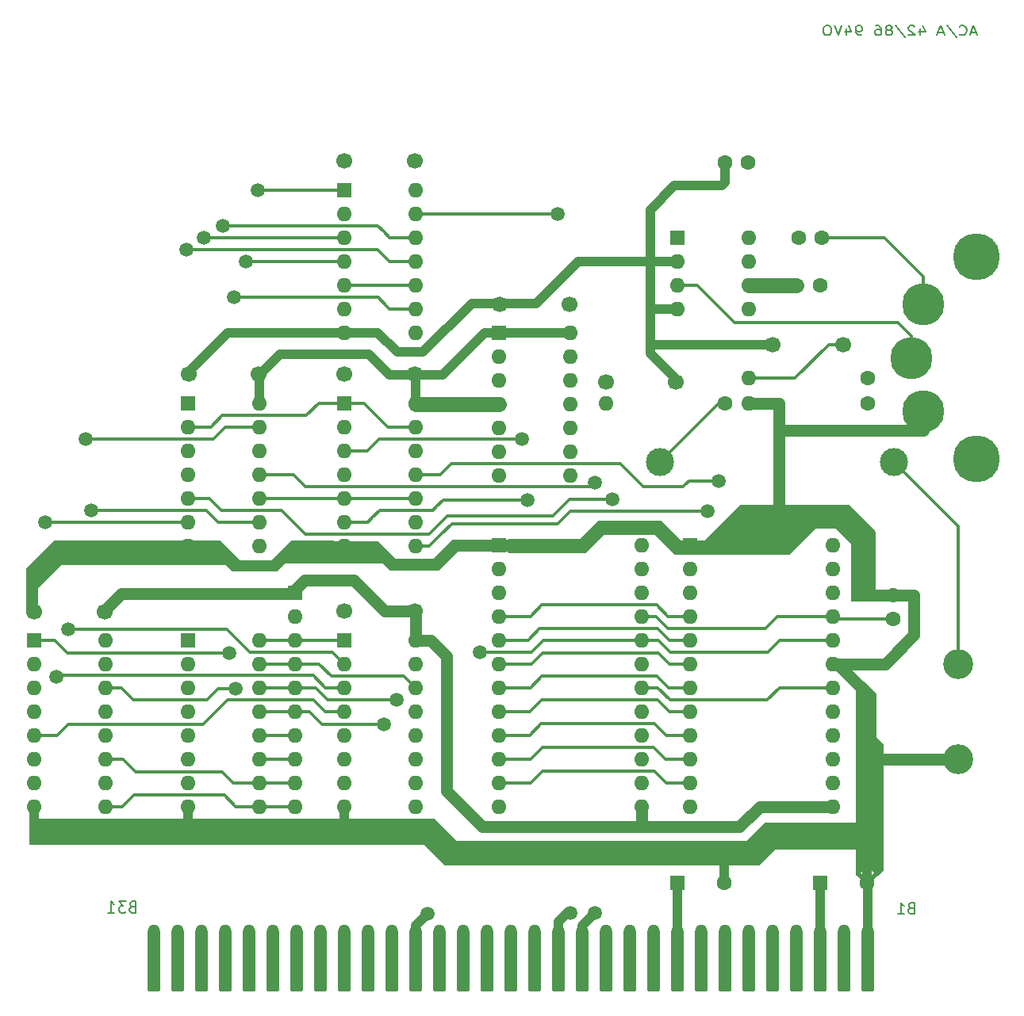
<source format=gbl>
G04 #@! TF.GenerationSoftware,KiCad,Pcbnew,8.0.9*
G04 #@! TF.CreationDate,2025-03-24T20:53:25+01:00*
G04 #@! TF.ProjectId,Mindscape_Music_Board,4d696e64-7363-4617-9065-5f4d75736963,rev?*
G04 #@! TF.SameCoordinates,Original*
G04 #@! TF.FileFunction,Copper,L2,Bot*
G04 #@! TF.FilePolarity,Positive*
%FSLAX46Y46*%
G04 Gerber Fmt 4.6, Leading zero omitted, Abs format (unit mm)*
G04 Created by KiCad (PCBNEW 8.0.9) date 2025-03-24 20:53:25*
%MOMM*%
%LPD*%
G01*
G04 APERTURE LIST*
G04 Aperture macros list*
%AMRoundRect*
0 Rectangle with rounded corners*
0 $1 Rounding radius*
0 $2 $3 $4 $5 $6 $7 $8 $9 X,Y pos of 4 corners*
0 Add a 4 corners polygon primitive as box body*
4,1,4,$2,$3,$4,$5,$6,$7,$8,$9,$2,$3,0*
0 Add four circle primitives for the rounded corners*
1,1,$1+$1,$2,$3*
1,1,$1+$1,$4,$5*
1,1,$1+$1,$6,$7*
1,1,$1+$1,$8,$9*
0 Add four rect primitives between the rounded corners*
20,1,$1+$1,$2,$3,$4,$5,0*
20,1,$1+$1,$4,$5,$6,$7,0*
20,1,$1+$1,$6,$7,$8,$9,0*
20,1,$1+$1,$8,$9,$2,$3,0*%
G04 Aperture macros list end*
%ADD10C,0.200000*%
G04 #@! TA.AperFunction,NonConductor*
%ADD11C,0.200000*%
G04 #@! TD*
%ADD12C,0.150000*%
G04 #@! TA.AperFunction,NonConductor*
%ADD13C,0.150000*%
G04 #@! TD*
G04 #@! TA.AperFunction,ComponentPad*
%ADD14C,1.600000*%
G04 #@! TD*
G04 #@! TA.AperFunction,ComponentPad*
%ADD15R,1.600000X1.600000*%
G04 #@! TD*
G04 #@! TA.AperFunction,ComponentPad*
%ADD16C,5.000000*%
G04 #@! TD*
G04 #@! TA.AperFunction,ComponentPad*
%ADD17C,4.500000*%
G04 #@! TD*
G04 #@! TA.AperFunction,ComponentPad*
%ADD18O,1.600000X1.600000*%
G04 #@! TD*
G04 #@! TA.AperFunction,SMDPad,CuDef*
%ADD19C,1.300000*%
G04 #@! TD*
G04 #@! TA.AperFunction,SMDPad,CuDef*
%ADD20RoundRect,0.065000X-0.585000X-3.235000X0.585000X-3.235000X0.585000X3.235000X-0.585000X3.235000X0*%
G04 #@! TD*
G04 #@! TA.AperFunction,ComponentPad*
%ADD21C,3.200000*%
G04 #@! TD*
G04 #@! TA.AperFunction,ComponentPad*
%ADD22C,1.700000*%
G04 #@! TD*
G04 #@! TA.AperFunction,ComponentPad*
%ADD23C,3.000000*%
G04 #@! TD*
G04 #@! TA.AperFunction,ViaPad*
%ADD24C,1.500000*%
G04 #@! TD*
G04 #@! TA.AperFunction,Conductor*
%ADD25C,0.300000*%
G04 #@! TD*
G04 #@! TA.AperFunction,Conductor*
%ADD26C,1.000000*%
G04 #@! TD*
G04 #@! TA.AperFunction,Conductor*
%ADD27C,1.300000*%
G04 #@! TD*
G04 #@! TA.AperFunction,Conductor*
%ADD28C,1.600000*%
G04 #@! TD*
G04 APERTURE END LIST*
D10*
D11*
X165962856Y-40226504D02*
X165391428Y-40226504D01*
X166077142Y-40512219D02*
X165677142Y-39512219D01*
X165677142Y-39512219D02*
X165277142Y-40512219D01*
X164191428Y-40416980D02*
X164248571Y-40464600D01*
X164248571Y-40464600D02*
X164419999Y-40512219D01*
X164419999Y-40512219D02*
X164534285Y-40512219D01*
X164534285Y-40512219D02*
X164705714Y-40464600D01*
X164705714Y-40464600D02*
X164819999Y-40369361D01*
X164819999Y-40369361D02*
X164877142Y-40274123D01*
X164877142Y-40274123D02*
X164934285Y-40083647D01*
X164934285Y-40083647D02*
X164934285Y-39940790D01*
X164934285Y-39940790D02*
X164877142Y-39750314D01*
X164877142Y-39750314D02*
X164819999Y-39655076D01*
X164819999Y-39655076D02*
X164705714Y-39559838D01*
X164705714Y-39559838D02*
X164534285Y-39512219D01*
X164534285Y-39512219D02*
X164419999Y-39512219D01*
X164419999Y-39512219D02*
X164248571Y-39559838D01*
X164248571Y-39559838D02*
X164191428Y-39607457D01*
X162819999Y-39464600D02*
X163848571Y-40750314D01*
X162477142Y-40226504D02*
X161905714Y-40226504D01*
X162591428Y-40512219D02*
X162191428Y-39512219D01*
X162191428Y-39512219D02*
X161791428Y-40512219D01*
X159962857Y-39845552D02*
X159962857Y-40512219D01*
X160248571Y-39464600D02*
X160534285Y-40178885D01*
X160534285Y-40178885D02*
X159791428Y-40178885D01*
X159391428Y-39607457D02*
X159334285Y-39559838D01*
X159334285Y-39559838D02*
X159220000Y-39512219D01*
X159220000Y-39512219D02*
X158934285Y-39512219D01*
X158934285Y-39512219D02*
X158820000Y-39559838D01*
X158820000Y-39559838D02*
X158762857Y-39607457D01*
X158762857Y-39607457D02*
X158705714Y-39702695D01*
X158705714Y-39702695D02*
X158705714Y-39797933D01*
X158705714Y-39797933D02*
X158762857Y-39940790D01*
X158762857Y-39940790D02*
X159448571Y-40512219D01*
X159448571Y-40512219D02*
X158705714Y-40512219D01*
X157334285Y-39464600D02*
X158362857Y-40750314D01*
X156762857Y-39940790D02*
X156877142Y-39893171D01*
X156877142Y-39893171D02*
X156934285Y-39845552D01*
X156934285Y-39845552D02*
X156991428Y-39750314D01*
X156991428Y-39750314D02*
X156991428Y-39702695D01*
X156991428Y-39702695D02*
X156934285Y-39607457D01*
X156934285Y-39607457D02*
X156877142Y-39559838D01*
X156877142Y-39559838D02*
X156762857Y-39512219D01*
X156762857Y-39512219D02*
X156534285Y-39512219D01*
X156534285Y-39512219D02*
X156420000Y-39559838D01*
X156420000Y-39559838D02*
X156362857Y-39607457D01*
X156362857Y-39607457D02*
X156305714Y-39702695D01*
X156305714Y-39702695D02*
X156305714Y-39750314D01*
X156305714Y-39750314D02*
X156362857Y-39845552D01*
X156362857Y-39845552D02*
X156420000Y-39893171D01*
X156420000Y-39893171D02*
X156534285Y-39940790D01*
X156534285Y-39940790D02*
X156762857Y-39940790D01*
X156762857Y-39940790D02*
X156877142Y-39988409D01*
X156877142Y-39988409D02*
X156934285Y-40036028D01*
X156934285Y-40036028D02*
X156991428Y-40131266D01*
X156991428Y-40131266D02*
X156991428Y-40321742D01*
X156991428Y-40321742D02*
X156934285Y-40416980D01*
X156934285Y-40416980D02*
X156877142Y-40464600D01*
X156877142Y-40464600D02*
X156762857Y-40512219D01*
X156762857Y-40512219D02*
X156534285Y-40512219D01*
X156534285Y-40512219D02*
X156420000Y-40464600D01*
X156420000Y-40464600D02*
X156362857Y-40416980D01*
X156362857Y-40416980D02*
X156305714Y-40321742D01*
X156305714Y-40321742D02*
X156305714Y-40131266D01*
X156305714Y-40131266D02*
X156362857Y-40036028D01*
X156362857Y-40036028D02*
X156420000Y-39988409D01*
X156420000Y-39988409D02*
X156534285Y-39940790D01*
X155277143Y-39512219D02*
X155505714Y-39512219D01*
X155505714Y-39512219D02*
X155620000Y-39559838D01*
X155620000Y-39559838D02*
X155677143Y-39607457D01*
X155677143Y-39607457D02*
X155791428Y-39750314D01*
X155791428Y-39750314D02*
X155848571Y-39940790D01*
X155848571Y-39940790D02*
X155848571Y-40321742D01*
X155848571Y-40321742D02*
X155791428Y-40416980D01*
X155791428Y-40416980D02*
X155734285Y-40464600D01*
X155734285Y-40464600D02*
X155620000Y-40512219D01*
X155620000Y-40512219D02*
X155391428Y-40512219D01*
X155391428Y-40512219D02*
X155277143Y-40464600D01*
X155277143Y-40464600D02*
X155220000Y-40416980D01*
X155220000Y-40416980D02*
X155162857Y-40321742D01*
X155162857Y-40321742D02*
X155162857Y-40083647D01*
X155162857Y-40083647D02*
X155220000Y-39988409D01*
X155220000Y-39988409D02*
X155277143Y-39940790D01*
X155277143Y-39940790D02*
X155391428Y-39893171D01*
X155391428Y-39893171D02*
X155620000Y-39893171D01*
X155620000Y-39893171D02*
X155734285Y-39940790D01*
X155734285Y-39940790D02*
X155791428Y-39988409D01*
X155791428Y-39988409D02*
X155848571Y-40083647D01*
X153677142Y-40512219D02*
X153448571Y-40512219D01*
X153448571Y-40512219D02*
X153334285Y-40464600D01*
X153334285Y-40464600D02*
X153277142Y-40416980D01*
X153277142Y-40416980D02*
X153162857Y-40274123D01*
X153162857Y-40274123D02*
X153105714Y-40083647D01*
X153105714Y-40083647D02*
X153105714Y-39702695D01*
X153105714Y-39702695D02*
X153162857Y-39607457D01*
X153162857Y-39607457D02*
X153220000Y-39559838D01*
X153220000Y-39559838D02*
X153334285Y-39512219D01*
X153334285Y-39512219D02*
X153562857Y-39512219D01*
X153562857Y-39512219D02*
X153677142Y-39559838D01*
X153677142Y-39559838D02*
X153734285Y-39607457D01*
X153734285Y-39607457D02*
X153791428Y-39702695D01*
X153791428Y-39702695D02*
X153791428Y-39940790D01*
X153791428Y-39940790D02*
X153734285Y-40036028D01*
X153734285Y-40036028D02*
X153677142Y-40083647D01*
X153677142Y-40083647D02*
X153562857Y-40131266D01*
X153562857Y-40131266D02*
X153334285Y-40131266D01*
X153334285Y-40131266D02*
X153220000Y-40083647D01*
X153220000Y-40083647D02*
X153162857Y-40036028D01*
X153162857Y-40036028D02*
X153105714Y-39940790D01*
X152077143Y-39845552D02*
X152077143Y-40512219D01*
X152362857Y-39464600D02*
X152648571Y-40178885D01*
X152648571Y-40178885D02*
X151905714Y-40178885D01*
X151620000Y-39512219D02*
X151220000Y-40512219D01*
X151220000Y-40512219D02*
X150820000Y-39512219D01*
X150191429Y-39512219D02*
X149962857Y-39512219D01*
X149962857Y-39512219D02*
X149848572Y-39559838D01*
X149848572Y-39559838D02*
X149734286Y-39655076D01*
X149734286Y-39655076D02*
X149677143Y-39845552D01*
X149677143Y-39845552D02*
X149677143Y-40178885D01*
X149677143Y-40178885D02*
X149734286Y-40369361D01*
X149734286Y-40369361D02*
X149848572Y-40464600D01*
X149848572Y-40464600D02*
X149962857Y-40512219D01*
X149962857Y-40512219D02*
X150191429Y-40512219D01*
X150191429Y-40512219D02*
X150305715Y-40464600D01*
X150305715Y-40464600D02*
X150420000Y-40369361D01*
X150420000Y-40369361D02*
X150477143Y-40178885D01*
X150477143Y-40178885D02*
X150477143Y-39845552D01*
X150477143Y-39845552D02*
X150420000Y-39655076D01*
X150420000Y-39655076D02*
X150305715Y-39559838D01*
X150305715Y-39559838D02*
X150191429Y-39512219D01*
D12*
D13*
X75885601Y-133636771D02*
X75714173Y-133693914D01*
X75714173Y-133693914D02*
X75657030Y-133751057D01*
X75657030Y-133751057D02*
X75599887Y-133865342D01*
X75599887Y-133865342D02*
X75599887Y-134036771D01*
X75599887Y-134036771D02*
X75657030Y-134151057D01*
X75657030Y-134151057D02*
X75714173Y-134208200D01*
X75714173Y-134208200D02*
X75828458Y-134265342D01*
X75828458Y-134265342D02*
X76285601Y-134265342D01*
X76285601Y-134265342D02*
X76285601Y-133065342D01*
X76285601Y-133065342D02*
X75885601Y-133065342D01*
X75885601Y-133065342D02*
X75771316Y-133122485D01*
X75771316Y-133122485D02*
X75714173Y-133179628D01*
X75714173Y-133179628D02*
X75657030Y-133293914D01*
X75657030Y-133293914D02*
X75657030Y-133408200D01*
X75657030Y-133408200D02*
X75714173Y-133522485D01*
X75714173Y-133522485D02*
X75771316Y-133579628D01*
X75771316Y-133579628D02*
X75885601Y-133636771D01*
X75885601Y-133636771D02*
X76285601Y-133636771D01*
X75199887Y-133065342D02*
X74457030Y-133065342D01*
X74457030Y-133065342D02*
X74857030Y-133522485D01*
X74857030Y-133522485D02*
X74685601Y-133522485D01*
X74685601Y-133522485D02*
X74571316Y-133579628D01*
X74571316Y-133579628D02*
X74514173Y-133636771D01*
X74514173Y-133636771D02*
X74457030Y-133751057D01*
X74457030Y-133751057D02*
X74457030Y-134036771D01*
X74457030Y-134036771D02*
X74514173Y-134151057D01*
X74514173Y-134151057D02*
X74571316Y-134208200D01*
X74571316Y-134208200D02*
X74685601Y-134265342D01*
X74685601Y-134265342D02*
X75028458Y-134265342D01*
X75028458Y-134265342D02*
X75142744Y-134208200D01*
X75142744Y-134208200D02*
X75199887Y-134151057D01*
X73314173Y-134265342D02*
X73999887Y-134265342D01*
X73657030Y-134265342D02*
X73657030Y-133065342D01*
X73657030Y-133065342D02*
X73771316Y-133236771D01*
X73771316Y-133236771D02*
X73885601Y-133351057D01*
X73885601Y-133351057D02*
X73999887Y-133408200D01*
D12*
D13*
X158995601Y-133756771D02*
X158824173Y-133813914D01*
X158824173Y-133813914D02*
X158767030Y-133871057D01*
X158767030Y-133871057D02*
X158709887Y-133985342D01*
X158709887Y-133985342D02*
X158709887Y-134156771D01*
X158709887Y-134156771D02*
X158767030Y-134271057D01*
X158767030Y-134271057D02*
X158824173Y-134328200D01*
X158824173Y-134328200D02*
X158938458Y-134385342D01*
X158938458Y-134385342D02*
X159395601Y-134385342D01*
X159395601Y-134385342D02*
X159395601Y-133185342D01*
X159395601Y-133185342D02*
X158995601Y-133185342D01*
X158995601Y-133185342D02*
X158881316Y-133242485D01*
X158881316Y-133242485D02*
X158824173Y-133299628D01*
X158824173Y-133299628D02*
X158767030Y-133413914D01*
X158767030Y-133413914D02*
X158767030Y-133528200D01*
X158767030Y-133528200D02*
X158824173Y-133642485D01*
X158824173Y-133642485D02*
X158881316Y-133699628D01*
X158881316Y-133699628D02*
X158995601Y-133756771D01*
X158995601Y-133756771D02*
X159395601Y-133756771D01*
X157567030Y-134385342D02*
X158252744Y-134385342D01*
X157909887Y-134385342D02*
X157909887Y-133185342D01*
X157909887Y-133185342D02*
X158024173Y-133356771D01*
X158024173Y-133356771D02*
X158138458Y-133471057D01*
X158138458Y-133471057D02*
X158252744Y-133528200D01*
D14*
X146770000Y-67220000D03*
X149270000Y-67220000D03*
X157140000Y-102860000D03*
X157140000Y-100360000D03*
X141615113Y-54150000D03*
X139115113Y-54150000D03*
X147000000Y-62160000D03*
X149500000Y-62160000D03*
D15*
X149330000Y-131050000D03*
D14*
X154330000Y-131050000D03*
D15*
X134090000Y-131050000D03*
D14*
X139090000Y-131050000D03*
D16*
X166020000Y-64195000D03*
X166020000Y-85785000D03*
D17*
X160305000Y-69275000D03*
X159035000Y-74990000D03*
X160305000Y-80705000D03*
D15*
X135430000Y-94980000D03*
D18*
X135430000Y-97520000D03*
X135430000Y-100060000D03*
X135430000Y-102600000D03*
X135430000Y-105140000D03*
X135430000Y-107680000D03*
X135430000Y-110220000D03*
X135430000Y-112760000D03*
X135430000Y-115300000D03*
X135430000Y-117840000D03*
X135430000Y-120380000D03*
X135430000Y-122920000D03*
X150670000Y-122920000D03*
X150670000Y-120380000D03*
X150670000Y-117840000D03*
X150670000Y-115300000D03*
X150670000Y-112760000D03*
X150670000Y-110220000D03*
X150670000Y-107680000D03*
X150670000Y-105140000D03*
X150670000Y-102600000D03*
X150670000Y-100060000D03*
X150670000Y-97520000D03*
X150670000Y-94980000D03*
D15*
X115040000Y-94980000D03*
D18*
X115040000Y-97520000D03*
X115040000Y-100060000D03*
X115040000Y-102600000D03*
X115040000Y-105140000D03*
X115040000Y-107680000D03*
X115040000Y-110220000D03*
X115040000Y-112760000D03*
X115040000Y-115300000D03*
X115040000Y-117840000D03*
X115040000Y-120380000D03*
X115040000Y-122920000D03*
X130280000Y-122920000D03*
X130280000Y-120380000D03*
X130280000Y-117840000D03*
X130280000Y-115300000D03*
X130280000Y-112760000D03*
X130280000Y-110220000D03*
X130280000Y-107680000D03*
X130280000Y-105140000D03*
X130280000Y-102600000D03*
X130280000Y-100060000D03*
X130280000Y-97520000D03*
X130280000Y-94980000D03*
D19*
X154370000Y-136145000D03*
D20*
X154370000Y-139420000D03*
D19*
X151830000Y-136145000D03*
D20*
X151830000Y-139420000D03*
D19*
X149290000Y-136145000D03*
D20*
X149290000Y-139420000D03*
D19*
X146750000Y-136145000D03*
D20*
X146750000Y-139420000D03*
D19*
X144210000Y-136145000D03*
D20*
X144210000Y-139420000D03*
D19*
X141670000Y-136145000D03*
D20*
X141670000Y-139420000D03*
D19*
X139130000Y-136145000D03*
D20*
X139130000Y-139420000D03*
D19*
X136590000Y-136145000D03*
D20*
X136590000Y-139420000D03*
D19*
X134050000Y-136145000D03*
D20*
X134050000Y-139420000D03*
D19*
X131510000Y-136145000D03*
D20*
X131510000Y-139420000D03*
D19*
X128970000Y-136145000D03*
D20*
X128970000Y-139420000D03*
D19*
X126430000Y-136145000D03*
D20*
X126430000Y-139420000D03*
D19*
X123890000Y-136145000D03*
D20*
X123890000Y-139420000D03*
D19*
X121350000Y-136145000D03*
D20*
X121350000Y-139420000D03*
D19*
X118810000Y-136145000D03*
D20*
X118810000Y-139420000D03*
D19*
X116270000Y-136145000D03*
D20*
X116270000Y-139420000D03*
D19*
X113730000Y-136145000D03*
D20*
X113730000Y-139420000D03*
D19*
X111190000Y-136145000D03*
D20*
X111190000Y-139420000D03*
D19*
X108650000Y-136145000D03*
D20*
X108650000Y-139420000D03*
D19*
X106110000Y-136145000D03*
D20*
X106110000Y-139420000D03*
D19*
X103570000Y-136145000D03*
D20*
X103570000Y-139420000D03*
D19*
X101030000Y-136145000D03*
D20*
X101030000Y-139420000D03*
D19*
X98490000Y-136145000D03*
D20*
X98490000Y-139420000D03*
D19*
X95950000Y-136145000D03*
D20*
X95950000Y-139420000D03*
D19*
X93410000Y-136145000D03*
D20*
X93410000Y-139420000D03*
D19*
X90870000Y-136145000D03*
D20*
X90870000Y-139420000D03*
D19*
X88330000Y-136145000D03*
D20*
X88330000Y-139420000D03*
D19*
X85790000Y-136145000D03*
D20*
X85790000Y-139420000D03*
D19*
X83250000Y-136145000D03*
D20*
X83250000Y-139420000D03*
D19*
X80710000Y-136145000D03*
D20*
X80710000Y-139420000D03*
D19*
X78170000Y-136145000D03*
D20*
X78170000Y-139420000D03*
D21*
X164010000Y-117860000D03*
X164010000Y-107700000D03*
D15*
X81790000Y-105140000D03*
D18*
X81790000Y-107680000D03*
X81790000Y-110220000D03*
X81790000Y-112760000D03*
X81790000Y-115300000D03*
X81790000Y-117840000D03*
X81790000Y-120380000D03*
X81790000Y-122920000D03*
X89410000Y-122920000D03*
X89410000Y-120380000D03*
X89410000Y-117840000D03*
X89410000Y-115300000D03*
X89410000Y-112760000D03*
X89410000Y-110220000D03*
X89410000Y-107680000D03*
X89410000Y-105140000D03*
D22*
X89400000Y-76760000D03*
X81900000Y-76760000D03*
D14*
X139140000Y-79890000D03*
D18*
X126440000Y-79890000D03*
D22*
X72930000Y-102100000D03*
X65430000Y-102100000D03*
D15*
X134030000Y-62140000D03*
D18*
X134030000Y-64680000D03*
X134030000Y-67220000D03*
X134030000Y-69760000D03*
X141650000Y-69760000D03*
X141650000Y-67220000D03*
X141650000Y-64680000D03*
X141650000Y-62140000D03*
D23*
X132200000Y-86160000D03*
X157200000Y-86160000D03*
D15*
X65380000Y-105140000D03*
D18*
X65380000Y-107680000D03*
X65380000Y-110220000D03*
X65380000Y-112760000D03*
X65380000Y-115300000D03*
X65380000Y-117840000D03*
X65380000Y-120380000D03*
X65380000Y-122920000D03*
X73000000Y-122920000D03*
X73000000Y-120380000D03*
X73000000Y-117840000D03*
X73000000Y-115300000D03*
X73000000Y-112760000D03*
X73000000Y-110220000D03*
X73000000Y-107680000D03*
X73000000Y-105140000D03*
D22*
X151760000Y-73560000D03*
X144260000Y-73560000D03*
D15*
X98480000Y-57065000D03*
D18*
X98480000Y-59605000D03*
X98480000Y-62145000D03*
X98480000Y-64685000D03*
X98480000Y-67225000D03*
X98480000Y-69765000D03*
X98480000Y-72305000D03*
X106100000Y-72305000D03*
X106100000Y-69765000D03*
X106100000Y-67225000D03*
X106100000Y-64685000D03*
X106100000Y-62145000D03*
X106100000Y-59605000D03*
X106100000Y-57065000D03*
D22*
X126440000Y-77540000D03*
X133940000Y-77540000D03*
X106030000Y-102030000D03*
X98530000Y-102030000D03*
D15*
X98480000Y-105140000D03*
D18*
X98480000Y-107680000D03*
X98480000Y-110220000D03*
X98480000Y-112760000D03*
X98480000Y-115300000D03*
X98480000Y-117840000D03*
X98480000Y-120380000D03*
X98480000Y-122920000D03*
X106100000Y-122920000D03*
X106100000Y-120380000D03*
X106100000Y-117840000D03*
X106100000Y-115300000D03*
X106100000Y-112760000D03*
X106100000Y-110220000D03*
X106100000Y-107680000D03*
X106100000Y-105140000D03*
D15*
X93230000Y-100060000D03*
D18*
X93230000Y-102600000D03*
X93230000Y-105140000D03*
X93230000Y-107680000D03*
X93230000Y-110220000D03*
X93230000Y-112760000D03*
X93230000Y-115300000D03*
X93230000Y-117840000D03*
X93230000Y-120380000D03*
X93230000Y-122920000D03*
D14*
X154430000Y-77190000D03*
D18*
X141730000Y-77190000D03*
D15*
X115040000Y-72290000D03*
D18*
X115040000Y-74830000D03*
X115040000Y-77370000D03*
X115040000Y-79910000D03*
X115040000Y-82450000D03*
X115040000Y-84990000D03*
X115040000Y-87530000D03*
X122660000Y-87530000D03*
X122660000Y-84990000D03*
X122660000Y-82450000D03*
X122660000Y-79910000D03*
X122660000Y-77370000D03*
X122660000Y-74830000D03*
X122660000Y-72290000D03*
D15*
X98480000Y-79855000D03*
D18*
X98480000Y-82395000D03*
X98480000Y-84935000D03*
X98480000Y-87475000D03*
X98480000Y-90015000D03*
X98480000Y-92555000D03*
X98480000Y-95095000D03*
X106100000Y-95095000D03*
X106100000Y-92555000D03*
X106100000Y-90015000D03*
X106100000Y-87475000D03*
X106100000Y-84935000D03*
X106100000Y-82395000D03*
X106100000Y-79855000D03*
D22*
X122590000Y-69300000D03*
X115090000Y-69300000D03*
D14*
X154425000Y-79890000D03*
D18*
X141725000Y-79890000D03*
D15*
X81850000Y-79855000D03*
D18*
X81850000Y-82395000D03*
X81850000Y-84935000D03*
X81850000Y-87475000D03*
X81850000Y-90015000D03*
X81850000Y-92555000D03*
X81850000Y-95095000D03*
X89470000Y-95095000D03*
X89470000Y-92555000D03*
X89470000Y-90015000D03*
X89470000Y-87475000D03*
X89470000Y-84935000D03*
X89470000Y-82395000D03*
X89470000Y-79855000D03*
D22*
X106030000Y-76760000D03*
X98530000Y-76760000D03*
X106030000Y-53980000D03*
X98530000Y-53980000D03*
D24*
X112990000Y-106460000D03*
X104100000Y-111520000D03*
X86880000Y-110350000D03*
X86240000Y-106530000D03*
X102720000Y-114120000D03*
X122680000Y-134300000D03*
X121310000Y-59610000D03*
X125270000Y-88310000D03*
X125270000Y-134310000D03*
X107380000Y-134360000D03*
X127090000Y-90070000D03*
X88020000Y-64680000D03*
X71520000Y-91310000D03*
X70890000Y-83680000D03*
X137300000Y-91370000D03*
X118090000Y-90160000D03*
X117500000Y-83670000D03*
X138490000Y-88160000D03*
X67810000Y-109100000D03*
X69060000Y-104000000D03*
X83540000Y-62140000D03*
X81660000Y-63420000D03*
X85540000Y-60880000D03*
X66610000Y-92560000D03*
X89290000Y-57050000D03*
X86740000Y-68510000D03*
D25*
X131990000Y-103930000D02*
X119360000Y-103930000D01*
X133200000Y-105140000D02*
X131990000Y-103930000D01*
X119360000Y-103930000D02*
X118150000Y-105140000D01*
X118150000Y-105140000D02*
X115040000Y-105140000D01*
X135430000Y-105140000D02*
X133200000Y-105140000D01*
X119620000Y-101350000D02*
X131830000Y-101350000D01*
X133080000Y-102600000D02*
X135430000Y-102600000D01*
X115040000Y-102600000D02*
X118370000Y-102600000D01*
X131830000Y-101350000D02*
X133080000Y-102600000D01*
X118370000Y-102600000D02*
X119620000Y-101350000D01*
X119670000Y-116580000D02*
X118410000Y-117840000D01*
X132780000Y-117840000D02*
X131520000Y-116580000D01*
X135430000Y-117840000D02*
X132780000Y-117840000D01*
X118410000Y-117840000D02*
X115040000Y-117840000D01*
X131520000Y-116580000D02*
X119670000Y-116580000D01*
X131930000Y-111500000D02*
X119580000Y-111500000D01*
X133190000Y-112760000D02*
X131930000Y-111500000D01*
X118320000Y-112760000D02*
X115040000Y-112760000D01*
X119580000Y-111500000D02*
X118320000Y-112760000D01*
X135430000Y-112760000D02*
X133190000Y-112760000D01*
X133120000Y-110220000D02*
X135430000Y-110220000D01*
X115040000Y-110220000D02*
X118400000Y-110220000D01*
X131910000Y-109010000D02*
X133120000Y-110220000D01*
X118400000Y-110220000D02*
X119610000Y-109010000D01*
X119610000Y-109010000D02*
X131910000Y-109010000D01*
X119530000Y-114060000D02*
X131630000Y-114060000D01*
X132870000Y-115300000D02*
X135430000Y-115300000D01*
X118290000Y-115300000D02*
X119530000Y-114060000D01*
X131630000Y-114060000D02*
X132870000Y-115300000D01*
X115040000Y-115300000D02*
X118290000Y-115300000D01*
X129773654Y-106560000D02*
X129803654Y-106530000D01*
X119640000Y-106560000D02*
X129773654Y-106560000D01*
X115040000Y-107680000D02*
X118520000Y-107680000D01*
X132070000Y-106530000D02*
X133220000Y-107680000D01*
X133220000Y-107680000D02*
X135430000Y-107680000D01*
X129803654Y-106530000D02*
X132070000Y-106530000D01*
X118520000Y-107680000D02*
X119640000Y-106560000D01*
X131590000Y-119120000D02*
X132850000Y-120380000D01*
X115040000Y-120380000D02*
X118380000Y-120380000D01*
X118380000Y-120380000D02*
X119640000Y-119120000D01*
X132850000Y-120380000D02*
X135430000Y-120380000D01*
X119640000Y-119120000D02*
X131590000Y-119120000D01*
X144760000Y-102600000D02*
X150670000Y-102600000D01*
X150930000Y-102860000D02*
X157140000Y-102860000D01*
X130280000Y-102600000D02*
X131750000Y-102600000D01*
X150670000Y-102600000D02*
X150930000Y-102860000D01*
X143480000Y-103880000D02*
X144760000Y-102600000D01*
X131750000Y-102600000D02*
X133030000Y-103880000D01*
X133030000Y-103880000D02*
X143480000Y-103880000D01*
X133350000Y-106420000D02*
X132070000Y-105140000D01*
X118460000Y-106460000D02*
X112990000Y-106460000D01*
X132070000Y-105140000D02*
X130280000Y-105140000D01*
X118760000Y-106160000D02*
X118460000Y-106460000D01*
X119780000Y-105140000D02*
X118760000Y-106160000D01*
X130280000Y-105140000D02*
X119780000Y-105140000D01*
X150670000Y-105140000D02*
X145020000Y-105140000D01*
X143740000Y-106420000D02*
X133350000Y-106420000D01*
X145020000Y-105140000D02*
X143740000Y-106420000D01*
D26*
X131170000Y-73460000D02*
X131170000Y-74560000D01*
X110480000Y-94980000D02*
X108380000Y-97080000D01*
X144900000Y-92140000D02*
X142550000Y-92140000D01*
X144030000Y-126240000D02*
X154430000Y-126240000D01*
D27*
X154430000Y-110900000D02*
X151210000Y-107680000D01*
D26*
X139080000Y-127890000D02*
X142380000Y-127890000D01*
X123510000Y-64680000D02*
X131170000Y-64680000D01*
X104180000Y-74390000D02*
X106870000Y-74390000D01*
X106870000Y-74390000D02*
X112110000Y-69150000D01*
X131170000Y-69760000D02*
X134030000Y-69760000D01*
D27*
X144900000Y-82720000D02*
X144900000Y-92140000D01*
D26*
X139710000Y-94980000D02*
X135430000Y-94980000D01*
X68435000Y-95095000D02*
X67490000Y-96040000D01*
X131170000Y-69760000D02*
X131170000Y-73460000D01*
X109660000Y-127890000D02*
X139080000Y-127890000D01*
X65290000Y-98240000D02*
X65290000Y-102150000D01*
X154540000Y-100360000D02*
X153840000Y-99660000D01*
X81780000Y-125790000D02*
X81780000Y-124670000D01*
X154330000Y-126340000D02*
X154430000Y-126240000D01*
X153840000Y-99660000D02*
X153840000Y-94960000D01*
D27*
X144900000Y-82720000D02*
X160300000Y-82720000D01*
D26*
X154430000Y-126240000D02*
X154430000Y-117860000D01*
X65380000Y-122920000D02*
X65380000Y-125080000D01*
X81780000Y-125790000D02*
X98480000Y-125790000D01*
X112110000Y-69150000D02*
X119040000Y-69150000D01*
X108380000Y-97080000D02*
X103650000Y-97080000D01*
X119040000Y-69150000D02*
X123510000Y-64680000D01*
X84565000Y-95095000D02*
X86720000Y-97250000D01*
D27*
X157140000Y-100360000D02*
X154540000Y-100360000D01*
D26*
X154330000Y-131050000D02*
X154330000Y-126340000D01*
X93345000Y-95095000D02*
X98480000Y-95095000D01*
X66090000Y-125790000D02*
X81780000Y-125790000D01*
X67490000Y-96040000D02*
X65290000Y-98240000D01*
X98480000Y-72305000D02*
X102095000Y-72305000D01*
X98480000Y-125790000D02*
X98480000Y-122920000D01*
X131170000Y-74560000D02*
X133950000Y-77340000D01*
X91190000Y-97250000D02*
X93345000Y-95095000D01*
D27*
X144900000Y-79850000D02*
X144900000Y-82720000D01*
D26*
X139115113Y-56264887D02*
X139115113Y-54150000D01*
X139090000Y-127900000D02*
X139080000Y-127890000D01*
D27*
X160305000Y-82715000D02*
X160305000Y-80705000D01*
D26*
X115040000Y-94980000D02*
X110480000Y-94980000D01*
D27*
X141680000Y-79880000D02*
X141710000Y-79850000D01*
D26*
X103650000Y-97080000D02*
X101665000Y-95095000D01*
X133770000Y-56610000D02*
X138770000Y-56610000D01*
X142380000Y-127890000D02*
X144030000Y-126240000D01*
X135430000Y-94980000D02*
X133940000Y-94980000D01*
D27*
X164010000Y-117860000D02*
X154430000Y-117860000D01*
X159340000Y-100360000D02*
X157140000Y-100360000D01*
D26*
X107560000Y-125790000D02*
X109660000Y-127890000D01*
X131990000Y-93030000D02*
X126160000Y-93030000D01*
D27*
X159340000Y-104570000D02*
X159340000Y-100360000D01*
D26*
X131170000Y-64680000D02*
X134030000Y-64680000D01*
X154370000Y-136145000D02*
X154370000Y-131090000D01*
X131270000Y-73560000D02*
X144330000Y-73560000D01*
X86720000Y-97250000D02*
X91190000Y-97250000D01*
X101665000Y-95095000D02*
X98480000Y-95095000D01*
X126160000Y-93030000D02*
X124210000Y-94980000D01*
X98480000Y-72305000D02*
X86105000Y-72305000D01*
X86105000Y-72305000D02*
X81680000Y-76730000D01*
X81850000Y-95095000D02*
X84565000Y-95095000D01*
X139090000Y-131050000D02*
X139090000Y-127900000D01*
X98480000Y-125790000D02*
X107560000Y-125790000D01*
X131170000Y-59210000D02*
X133770000Y-56610000D01*
D27*
X150670000Y-107680000D02*
X156230000Y-107680000D01*
D26*
X81790000Y-124660000D02*
X81790000Y-122920000D01*
X154370000Y-131090000D02*
X154330000Y-131050000D01*
X65380000Y-125080000D02*
X66090000Y-125790000D01*
X131170000Y-64680000D02*
X131170000Y-59210000D01*
X81780000Y-124670000D02*
X81790000Y-124660000D01*
X138770000Y-56610000D02*
X139115113Y-56264887D01*
D27*
X156230000Y-107680000D02*
X159340000Y-104570000D01*
D26*
X133940000Y-94980000D02*
X131990000Y-93030000D01*
X154430000Y-117860000D02*
X154430000Y-110900000D01*
D27*
X160300000Y-82720000D02*
X160305000Y-82715000D01*
D26*
X153840000Y-94960000D02*
X151020000Y-92140000D01*
X142550000Y-92140000D02*
X139710000Y-94980000D01*
X124210000Y-94980000D02*
X115040000Y-94980000D01*
X131170000Y-64680000D02*
X131170000Y-69760000D01*
X133950000Y-77340000D02*
X133950000Y-77540000D01*
X131170000Y-73460000D02*
X131270000Y-73560000D01*
D27*
X141710000Y-79850000D02*
X144900000Y-79850000D01*
D26*
X151210000Y-107680000D02*
X150670000Y-107680000D01*
X81850000Y-95095000D02*
X68435000Y-95095000D01*
X151020000Y-92140000D02*
X144900000Y-92140000D01*
X102095000Y-72305000D02*
X104180000Y-74390000D01*
D28*
X115040000Y-79910000D02*
X106155000Y-79910000D01*
D26*
X101110000Y-74580000D02*
X91690000Y-74580000D01*
D27*
X89990000Y-100200000D02*
X74710000Y-100200000D01*
X130260000Y-124420000D02*
X130280000Y-124400000D01*
D26*
X106100000Y-79855000D02*
X106100000Y-76820000D01*
D27*
X105960000Y-102080000D02*
X103940000Y-102080000D01*
X109450000Y-121270000D02*
X113230000Y-125050000D01*
D28*
X106155000Y-79910000D02*
X106100000Y-79855000D01*
D27*
X106100000Y-105140000D02*
X107750000Y-105140000D01*
X113230000Y-125050000D02*
X130260000Y-125050000D01*
X93520000Y-99480000D02*
X92800000Y-100200000D01*
X109450000Y-106840000D02*
X109450000Y-121270000D01*
D26*
X106100000Y-76820000D02*
X106080000Y-76800000D01*
X113490000Y-72290000D02*
X115040000Y-72290000D01*
D27*
X130280000Y-124400000D02*
X130280000Y-122920000D01*
X99520000Y-98750000D02*
X94970000Y-98750000D01*
D26*
X91690000Y-74580000D02*
X89420000Y-76850000D01*
X89470000Y-76900000D02*
X89470000Y-79855000D01*
D27*
X74710000Y-100200000D02*
X72810000Y-102100000D01*
X102220000Y-101450000D02*
X99520000Y-98750000D01*
D26*
X106080000Y-76800000D02*
X108980000Y-76800000D01*
D27*
X130260000Y-125050000D02*
X140710000Y-125050000D01*
X106100000Y-105140000D02*
X106100000Y-102220000D01*
D26*
X115040000Y-72290000D02*
X122660000Y-72290000D01*
D27*
X94250000Y-98750000D02*
X93520000Y-99480000D01*
X107750000Y-105140000D02*
X109450000Y-106840000D01*
X92800000Y-100200000D02*
X89990000Y-100200000D01*
D26*
X149290000Y-131090000D02*
X149330000Y-131050000D01*
D27*
X102850000Y-102080000D02*
X102220000Y-101450000D01*
D26*
X103330000Y-76800000D02*
X101110000Y-74580000D01*
D27*
X106090000Y-102210000D02*
X105960000Y-102080000D01*
D26*
X108980000Y-76800000D02*
X113490000Y-72290000D01*
D27*
X106100000Y-102220000D02*
X106090000Y-102210000D01*
X103940000Y-102080000D02*
X102850000Y-102080000D01*
X142840000Y-122920000D02*
X150670000Y-122920000D01*
X130260000Y-125050000D02*
X130260000Y-124420000D01*
D26*
X149290000Y-136145000D02*
X149290000Y-131090000D01*
D27*
X140710000Y-125050000D02*
X142840000Y-122920000D01*
D26*
X106080000Y-76800000D02*
X103330000Y-76800000D01*
D27*
X94970000Y-98750000D02*
X94250000Y-98750000D01*
D26*
X89420000Y-76850000D02*
X89470000Y-76900000D01*
D25*
X65380000Y-115300000D02*
X67880000Y-115300000D01*
X67880000Y-115300000D02*
X69070000Y-114110000D01*
X95210000Y-111500000D02*
X96470000Y-112760000D01*
X96470000Y-112760000D02*
X98480000Y-112760000D01*
X83440000Y-114110000D02*
X86050000Y-111500000D01*
X69070000Y-114110000D02*
X83440000Y-114110000D01*
X86050000Y-111500000D02*
X95210000Y-111500000D01*
X95790000Y-110560000D02*
X96750000Y-111520000D01*
X93230000Y-110220000D02*
X95450000Y-110220000D01*
X96750000Y-111520000D02*
X98870000Y-111520000D01*
X98870000Y-111520000D02*
X104100000Y-111520000D01*
X95450000Y-110220000D02*
X95790000Y-110560000D01*
X93230000Y-110220000D02*
X89410000Y-110220000D01*
X74690000Y-110220000D02*
X75960000Y-111490000D01*
X73000000Y-110220000D02*
X74690000Y-110220000D01*
X75960000Y-111490000D02*
X83900000Y-111490000D01*
X89410000Y-117840000D02*
X93230000Y-117840000D01*
X85040000Y-110350000D02*
X86880000Y-110350000D01*
X83900000Y-111490000D02*
X85040000Y-110350000D01*
X67610000Y-105140000D02*
X69000000Y-106530000D01*
X93230000Y-115300000D02*
X89410000Y-115300000D01*
X69000000Y-106530000D02*
X86240000Y-106530000D01*
X65380000Y-105140000D02*
X67610000Y-105140000D01*
X104860000Y-108980000D02*
X97140000Y-108980000D01*
X106100000Y-110220000D02*
X104860000Y-108980000D01*
X95840000Y-107680000D02*
X89410000Y-107680000D01*
X97140000Y-108980000D02*
X95840000Y-107680000D01*
X89410000Y-105140000D02*
X93230000Y-105140000D01*
X93230000Y-105140000D02*
X98480000Y-105140000D01*
X73000000Y-117840000D02*
X74900000Y-117840000D01*
X93230000Y-120380000D02*
X89410000Y-120380000D01*
X76270000Y-119210000D02*
X85510000Y-119210000D01*
X85510000Y-119210000D02*
X86680000Y-120380000D01*
X74900000Y-117840000D02*
X76270000Y-119210000D01*
X86680000Y-120380000D02*
X89410000Y-120380000D01*
X85690000Y-121660000D02*
X86950000Y-122920000D01*
X89410000Y-122920000D02*
X93230000Y-122920000D01*
X73000000Y-122920000D02*
X74820000Y-122920000D01*
X76080000Y-121660000D02*
X85690000Y-121660000D01*
X86950000Y-122920000D02*
X89410000Y-122920000D01*
X74820000Y-122920000D02*
X76080000Y-121660000D01*
X89410000Y-112760000D02*
X93230000Y-112760000D01*
X94780000Y-112760000D02*
X95390000Y-113370000D01*
X96140000Y-114120000D02*
X102720000Y-114120000D01*
X95390000Y-113370000D02*
X96140000Y-114120000D01*
X93230000Y-112760000D02*
X94780000Y-112760000D01*
X95765000Y-79855000D02*
X98480000Y-79855000D01*
X94480000Y-81140000D02*
X95765000Y-79855000D01*
X100595000Y-79855000D02*
X98480000Y-79855000D01*
X106100000Y-82395000D02*
X103135000Y-82395000D01*
X81850000Y-82395000D02*
X84255000Y-82395000D01*
X84255000Y-82395000D02*
X85510000Y-81140000D01*
X103135000Y-82395000D02*
X100595000Y-79855000D01*
X85510000Y-81140000D02*
X94480000Y-81140000D01*
X131960000Y-110220000D02*
X130280000Y-110220000D01*
X133300000Y-111560000D02*
X131960000Y-110220000D01*
X143660000Y-111560000D02*
X133300000Y-111560000D01*
X150670000Y-110220000D02*
X145000000Y-110220000D01*
X145000000Y-110220000D02*
X143660000Y-111560000D01*
D26*
X122290000Y-134300000D02*
X122680000Y-134300000D01*
D25*
X121310000Y-59610000D02*
X121305000Y-59605000D01*
D26*
X121350000Y-136145000D02*
X121350000Y-135240000D01*
X121910000Y-134680000D02*
X122290000Y-134300000D01*
D25*
X121305000Y-59605000D02*
X106100000Y-59605000D01*
D26*
X121350000Y-135240000D02*
X121910000Y-134680000D01*
D25*
X124830000Y-88750000D02*
X94390000Y-88750000D01*
D26*
X123890000Y-136145000D02*
X123890000Y-135690000D01*
X123890000Y-135690000D02*
X125270000Y-134310000D01*
D25*
X125270000Y-88310000D02*
X124830000Y-88750000D01*
X93115000Y-87475000D02*
X89470000Y-87475000D01*
X94390000Y-88750000D02*
X93115000Y-87475000D01*
D28*
X141650000Y-67220000D02*
X146770000Y-67220000D01*
D26*
X134050000Y-131080000D02*
X134060000Y-131070000D01*
X134050000Y-136145000D02*
X134050000Y-131080000D01*
X106110000Y-136145000D02*
X106110000Y-135630000D01*
X106110000Y-135630000D02*
X107380000Y-134360000D01*
D25*
X121430000Y-91200000D02*
X122560000Y-90070000D01*
X109500000Y-91870000D02*
X119760000Y-91870000D01*
X84145000Y-90015000D02*
X84630000Y-90500000D01*
X120760000Y-91870000D02*
X121430000Y-91200000D01*
X108310000Y-93060000D02*
X109500000Y-91870000D01*
X94350000Y-93840000D02*
X98750000Y-93840000D01*
X91800000Y-91290000D02*
X92580000Y-92070000D01*
X98750000Y-93840000D02*
X107530000Y-93840000D01*
X107530000Y-93840000D02*
X108310000Y-93060000D01*
X89420000Y-91290000D02*
X91800000Y-91290000D01*
X84630000Y-90500000D02*
X85420000Y-91290000D01*
X119760000Y-91870000D02*
X120760000Y-91870000D01*
X122560000Y-90070000D02*
X127090000Y-90070000D01*
X92580000Y-92070000D02*
X94350000Y-93840000D01*
X81850000Y-90015000D02*
X84145000Y-90015000D01*
X85420000Y-91290000D02*
X89420000Y-91290000D01*
X89470000Y-92555000D02*
X85015000Y-92555000D01*
X88025000Y-64685000D02*
X88020000Y-64680000D01*
X81780000Y-91310000D02*
X71520000Y-91310000D01*
X84680000Y-92220000D02*
X83770000Y-91310000D01*
X83770000Y-91310000D02*
X81780000Y-91310000D01*
X85015000Y-92555000D02*
X84680000Y-92220000D01*
X98480000Y-64685000D02*
X88025000Y-64685000D01*
X89470000Y-82395000D02*
X85815000Y-82395000D01*
X85815000Y-82395000D02*
X85030000Y-83180000D01*
X85030000Y-83180000D02*
X84530000Y-83680000D01*
X81800000Y-83680000D02*
X70890000Y-83680000D01*
X84530000Y-83680000D02*
X81800000Y-83680000D01*
X157200000Y-86160000D02*
X164010000Y-92970000D01*
X164010000Y-92970000D02*
X164010000Y-107700000D01*
X132200000Y-86160000D02*
X138470000Y-79890000D01*
X138470000Y-79890000D02*
X139140000Y-79890000D01*
D26*
X126440000Y-77550000D02*
X126450000Y-77540000D01*
D25*
X106100000Y-95095000D02*
X107585000Y-95095000D01*
X112610000Y-92690000D02*
X121300000Y-92690000D01*
X122030000Y-91960000D02*
X122620000Y-91370000D01*
X108830000Y-93850000D02*
X109990000Y-92690000D01*
X122620000Y-91370000D02*
X137300000Y-91370000D01*
X121300000Y-92690000D02*
X122030000Y-91960000D01*
X107585000Y-95095000D02*
X108830000Y-93850000D01*
X109990000Y-92690000D02*
X112610000Y-92690000D01*
X102290000Y-91290000D02*
X106380000Y-91290000D01*
X98480000Y-92555000D02*
X101025000Y-92555000D01*
X109110000Y-90160000D02*
X118090000Y-90160000D01*
X101500000Y-92080000D02*
X102290000Y-91290000D01*
X101025000Y-92555000D02*
X101500000Y-92080000D01*
X108370000Y-90900000D02*
X109110000Y-90160000D01*
X106380000Y-91290000D02*
X107980000Y-91290000D01*
X107980000Y-91290000D02*
X108370000Y-90900000D01*
X101490000Y-84450000D02*
X102270000Y-83670000D01*
X98480000Y-84935000D02*
X101005000Y-84935000D01*
X106410000Y-83670000D02*
X117500000Y-83670000D01*
X102270000Y-83670000D02*
X106410000Y-83670000D01*
X101005000Y-84935000D02*
X101490000Y-84450000D01*
X115400000Y-86270000D02*
X127960000Y-86270000D01*
X134940000Y-88520000D02*
X135300000Y-88160000D01*
X106100000Y-87475000D02*
X108745000Y-87475000D01*
X109200000Y-87020000D02*
X109950000Y-86270000D01*
X128670000Y-86980000D02*
X130470000Y-88780000D01*
X133660000Y-88780000D02*
X134680000Y-88780000D01*
X134680000Y-88780000D02*
X134940000Y-88520000D01*
X108745000Y-87475000D02*
X109200000Y-87020000D01*
X135300000Y-88160000D02*
X138490000Y-88160000D01*
X127960000Y-86270000D02*
X128670000Y-86980000D01*
X130470000Y-88780000D02*
X133660000Y-88780000D01*
X109950000Y-86270000D02*
X115400000Y-86270000D01*
X96480000Y-110220000D02*
X95180000Y-108920000D01*
X67990000Y-108920000D02*
X67810000Y-109100000D01*
X98480000Y-110220000D02*
X96480000Y-110220000D01*
X95180000Y-108920000D02*
X67990000Y-108920000D01*
X69070000Y-103990000D02*
X69060000Y-104000000D01*
X98480000Y-107680000D02*
X97220000Y-106420000D01*
X86020000Y-103990000D02*
X69070000Y-103990000D01*
X97220000Y-106420000D02*
X88450000Y-106420000D01*
X88450000Y-106420000D02*
X86020000Y-103990000D01*
X106100000Y-67225000D02*
X98480000Y-67225000D01*
X98480000Y-62145000D02*
X83545000Y-62145000D01*
X83545000Y-62145000D02*
X83540000Y-62140000D01*
X141730000Y-77190000D02*
X146570000Y-77190000D01*
X146570000Y-77190000D02*
X150200000Y-73560000D01*
X150200000Y-73560000D02*
X151760000Y-73560000D01*
X160305000Y-66305000D02*
X160305000Y-69275000D01*
X156160000Y-62160000D02*
X160305000Y-66305000D01*
X149500000Y-62160000D02*
X156160000Y-62160000D01*
X157650000Y-71250000D02*
X140200000Y-71250000D01*
X136170000Y-67220000D02*
X134030000Y-67220000D01*
X159035000Y-74990000D02*
X159035000Y-72635000D01*
X159035000Y-72635000D02*
X157650000Y-71250000D01*
X140200000Y-71250000D02*
X136170000Y-67220000D01*
X102860000Y-64210000D02*
X102070000Y-63420000D01*
X97910000Y-63420000D02*
X81660000Y-63420000D01*
X102070000Y-63420000D02*
X97910000Y-63420000D01*
X106100000Y-64685000D02*
X103335000Y-64685000D01*
X103335000Y-64685000D02*
X102860000Y-64210000D01*
X106100000Y-62145000D02*
X103345000Y-62145000D01*
X103345000Y-62145000D02*
X102720000Y-61520000D01*
X102080000Y-60880000D02*
X97930000Y-60880000D01*
X97930000Y-60880000D02*
X85540000Y-60880000D01*
X102720000Y-61520000D02*
X102080000Y-60880000D01*
X98480000Y-90015000D02*
X89470000Y-90015000D01*
X106100000Y-90015000D02*
X98480000Y-90015000D01*
X66615000Y-92555000D02*
X81850000Y-92555000D01*
X66610000Y-92560000D02*
X66615000Y-92555000D01*
X89305000Y-57065000D02*
X89290000Y-57050000D01*
X98480000Y-57065000D02*
X89305000Y-57065000D01*
X103375000Y-69765000D02*
X103030000Y-69420000D01*
X103030000Y-69420000D02*
X102120000Y-68510000D01*
X102120000Y-68510000D02*
X98420000Y-68510000D01*
X98420000Y-68510000D02*
X86740000Y-68510000D01*
X106100000Y-69765000D02*
X103375000Y-69765000D01*
G04 #@! TA.AperFunction,Conductor*
G36*
X154005677Y-109559685D02*
G01*
X154026319Y-109576319D01*
X155313681Y-110863681D01*
X155347166Y-110925004D01*
X155350000Y-110951362D01*
X155350000Y-115570000D01*
X156053681Y-116273681D01*
X156087166Y-116335004D01*
X156090000Y-116361362D01*
X156090000Y-129648637D01*
X156070315Y-129715676D01*
X156053681Y-129736318D01*
X155501817Y-130288181D01*
X155440494Y-130321666D01*
X155409943Y-130323607D01*
X154730000Y-131003551D01*
X154730000Y-130997339D01*
X154702741Y-130895606D01*
X154650080Y-130804394D01*
X154575606Y-130729920D01*
X154484394Y-130677259D01*
X154382661Y-130650000D01*
X154376445Y-130650000D01*
X155055472Y-129970974D01*
X154982478Y-129919863D01*
X154776331Y-129823735D01*
X154776317Y-129823730D01*
X154556610Y-129764860D01*
X154556599Y-129764858D01*
X154330002Y-129745034D01*
X154329998Y-129745034D01*
X154103400Y-129764858D01*
X154103389Y-129764860D01*
X153883682Y-129823730D01*
X153883673Y-129823734D01*
X153677516Y-129919866D01*
X153677512Y-129919868D01*
X153604526Y-129970973D01*
X153604526Y-129970974D01*
X154283553Y-130650000D01*
X154277339Y-130650000D01*
X154175606Y-130677259D01*
X154084394Y-130729920D01*
X154009920Y-130804394D01*
X153957259Y-130895606D01*
X153930000Y-130997339D01*
X153930000Y-131003552D01*
X153250973Y-130324525D01*
X153224806Y-130326815D01*
X153156306Y-130313048D01*
X153106124Y-130264432D01*
X153090000Y-130203287D01*
X153090000Y-127500000D01*
X144560000Y-127500000D01*
X144559999Y-127500000D01*
X142886319Y-129173681D01*
X142824996Y-129207166D01*
X142798638Y-129210000D01*
X109261362Y-129210000D01*
X109194323Y-129190315D01*
X109173681Y-129173681D01*
X107020000Y-127020000D01*
X65004000Y-127020000D01*
X64936961Y-127000315D01*
X64891206Y-126947511D01*
X64880000Y-126896000D01*
X64880000Y-124354000D01*
X64899685Y-124286961D01*
X64952489Y-124241206D01*
X65004000Y-124230000D01*
X108088638Y-124230000D01*
X108155677Y-124249685D01*
X108176319Y-124266319D01*
X110530000Y-126620000D01*
X141460000Y-126620000D01*
X143393681Y-124686319D01*
X143455004Y-124652834D01*
X143481362Y-124650000D01*
X153100000Y-124650000D01*
X153100000Y-109664000D01*
X153119685Y-109596961D01*
X153172489Y-109551206D01*
X153224000Y-109540000D01*
X153938638Y-109540000D01*
X154005677Y-109559685D01*
G37*
G04 #@! TD.AperFunction*
G04 #@! TA.AperFunction,Conductor*
G36*
X152385677Y-90709685D02*
G01*
X152406319Y-90726319D01*
X155163681Y-93483681D01*
X155197166Y-93545004D01*
X155200000Y-93571362D01*
X155200000Y-100698638D01*
X155180315Y-100765677D01*
X155163681Y-100786319D01*
X154976319Y-100973681D01*
X154914996Y-101007166D01*
X154888638Y-101010000D01*
X152724000Y-101010000D01*
X152656961Y-100990315D01*
X152611206Y-100937511D01*
X152600000Y-100886000D01*
X152600000Y-94850000D01*
X150970000Y-93220000D01*
X148860000Y-93220000D01*
X148859999Y-93220000D01*
X146126319Y-95953681D01*
X146064996Y-95987166D01*
X146038638Y-95990000D01*
X133841362Y-95990000D01*
X133774323Y-95970315D01*
X133753681Y-95953681D01*
X131680000Y-93880000D01*
X126310000Y-93880000D01*
X126309999Y-93880000D01*
X124376319Y-95813681D01*
X124314996Y-95847166D01*
X124288638Y-95850000D01*
X116151362Y-95850000D01*
X116084323Y-95830315D01*
X116063681Y-95813681D01*
X115940000Y-95690000D01*
X110610000Y-95690000D01*
X110609999Y-95690000D01*
X108646319Y-97653681D01*
X108584996Y-97687166D01*
X108558638Y-97690000D01*
X103431362Y-97690000D01*
X103364323Y-97670315D01*
X103343681Y-97653681D01*
X102660000Y-96970000D01*
X92190000Y-96970000D01*
X92189999Y-96970000D01*
X91356319Y-97803681D01*
X91294996Y-97837166D01*
X91268638Y-97840000D01*
X86641362Y-97840000D01*
X86574323Y-97820315D01*
X86553681Y-97803681D01*
X85890000Y-97140000D01*
X68290000Y-97140000D01*
X68289999Y-97140000D01*
X65790000Y-99639999D01*
X65790000Y-101898638D01*
X65770315Y-101965677D01*
X65753681Y-101986319D01*
X65326319Y-102413681D01*
X65264996Y-102447166D01*
X65238638Y-102450000D01*
X64941362Y-102450000D01*
X64874323Y-102430315D01*
X64853681Y-102413681D01*
X64556319Y-102116319D01*
X64522834Y-102054996D01*
X64520000Y-102028638D01*
X64520000Y-97601362D01*
X64539685Y-97534323D01*
X64556319Y-97513681D01*
X67543681Y-94526319D01*
X67605004Y-94492834D01*
X67631362Y-94490000D01*
X85208638Y-94490000D01*
X85275677Y-94509685D01*
X85296319Y-94526319D01*
X87410000Y-96640000D01*
X90690000Y-96640000D01*
X92813681Y-94516319D01*
X92875004Y-94482834D01*
X92901362Y-94480000D01*
X97328638Y-94480000D01*
X97395677Y-94499685D01*
X97416319Y-94516319D01*
X97500000Y-94600000D01*
X102068638Y-94600000D01*
X102135677Y-94619685D01*
X102156319Y-94636319D01*
X104000000Y-96480000D01*
X107990000Y-96480000D01*
X109983681Y-94486319D01*
X110045004Y-94452834D01*
X110071362Y-94450000D01*
X115940000Y-94450000D01*
X116023681Y-94366319D01*
X116085004Y-94332834D01*
X116111362Y-94330000D01*
X123720000Y-94330000D01*
X125643681Y-92406319D01*
X125705004Y-92372834D01*
X125731362Y-92370000D01*
X132328638Y-92370000D01*
X132395677Y-92389685D01*
X132416319Y-92406319D01*
X134670000Y-94660000D01*
X136810000Y-94660000D01*
X140743681Y-90726319D01*
X140805004Y-90692834D01*
X140831362Y-90690000D01*
X152318638Y-90690000D01*
X152385677Y-90709685D01*
G37*
G04 #@! TD.AperFunction*
M02*

</source>
